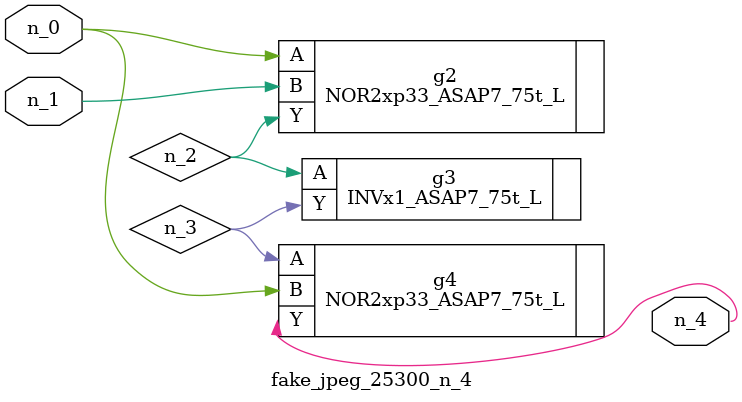
<source format=v>
module fake_jpeg_25300_n_4 (n_0, n_1, n_4);

input n_0;
input n_1;

output n_4;

wire n_2;
wire n_3;

NOR2xp33_ASAP7_75t_L g2 ( 
.A(n_0),
.B(n_1),
.Y(n_2)
);

INVx1_ASAP7_75t_L g3 ( 
.A(n_2),
.Y(n_3)
);

NOR2xp33_ASAP7_75t_L g4 ( 
.A(n_3),
.B(n_0),
.Y(n_4)
);


endmodule
</source>
